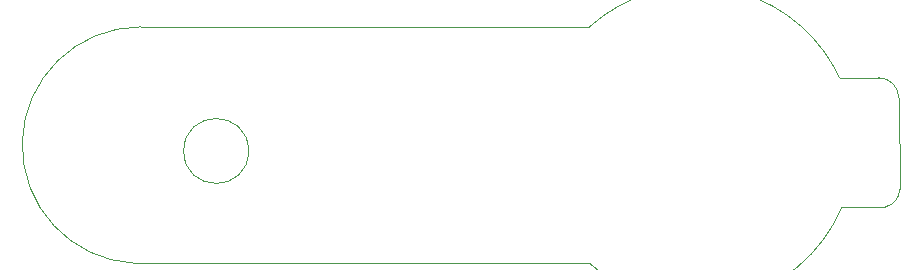
<source format=gm1>
%TF.GenerationSoftware,KiCad,Pcbnew,9.0.2*%
%TF.CreationDate,2025-06-10T04:14:28+06:00*%
%TF.ProjectId,project_1_led torch,70726f6a-6563-4745-9f31-5f6c65642074,1*%
%TF.SameCoordinates,Original*%
%TF.FileFunction,Profile,NP*%
%FSLAX46Y46*%
G04 Gerber Fmt 4.6, Leading zero omitted, Abs format (unit mm)*
G04 Created by KiCad (PCBNEW 9.0.2) date 2025-06-10 04:14:28*
%MOMM*%
%LPD*%
G01*
G04 APERTURE LIST*
%TA.AperFunction,Profile*%
%ADD10C,0.050000*%
%TD*%
G04 APERTURE END LIST*
D10*
X72152828Y-96500000D02*
G75*
G02*
X66656364Y-96500000I-2748232J0D01*
G01*
X66656364Y-96500000D02*
G75*
G02*
X72152828Y-96500000I2748232J0D01*
G01*
X63000000Y-85993754D02*
X101000000Y-86006246D01*
X101000000Y-86000002D02*
G75*
G02*
X121762606Y-89469987I9000000J-9999998D01*
G01*
X121762606Y-89469989D02*
G75*
G02*
X122187160Y-90301485I-11762606J-6530011D01*
G01*
X122187160Y-90301485D02*
X125500000Y-90301485D01*
X125500000Y-90301485D02*
G75*
G02*
X127198515Y-92000000I0J-1698515D01*
G01*
X127198515Y-92000000D02*
X127266966Y-99718123D01*
X62500000Y-106006246D02*
G75*
G02*
X63000000Y-85993754I500000J10000000D01*
G01*
X127266966Y-99718123D02*
G75*
G02*
X126000000Y-101242070I-1486166J-53077D01*
G01*
X122390345Y-101242070D02*
X126000000Y-101242070D01*
X122390347Y-101242070D02*
G75*
G02*
X101000000Y-106000000I-12390347J5242070D01*
G01*
X62500004Y-106006246D02*
X101000000Y-106006246D01*
M02*

</source>
